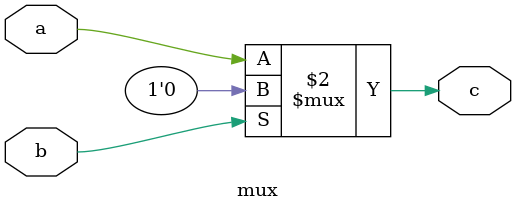
<source format=v>
`ifndef MUX21_V
`define MUX21_V

module mux (
    a, b, c
);
    input a, b;
    output c;

    assign c = (!b) ? a : 1'b0; 
endmodule
`endif 
</source>
